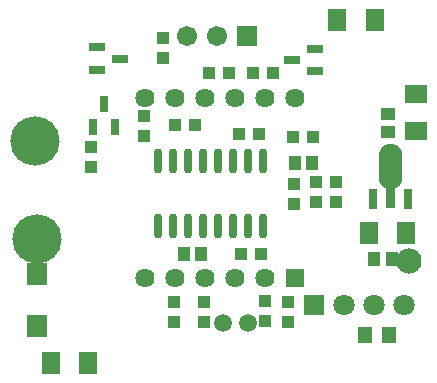
<source format=gts>
G04 Layer: TopSolderMaskLayer*
G04 EasyEDA Pro v1.9.29.eba1c1, 2023-03-25 18:59:35*
G04 Gerber Generator version 0.3*
G04 Scale: 100 percent, Rotated: No, Reflected: No*
G04 Dimensions in millimeters*
G04 Leading zeros omitted, absolute positions, 3 integers and 3 decimals*
%FSLAX33Y33*%
%MOMM*%
%ADD10C,4.1656*%
%ADD11C,1.4986*%
%ADD12C,2.1336*%
%ADD13C,1.6256*%
%ADD14R,1.6256X1.6256*%
%ADD15R,1.701597X1.701597*%
%ADD16C,1.701597*%
%ADD17R,1.003201X1.003201*%
%ADD18R,1.35161X0.801599*%
%ADD19R,1.003201X1.003201*%
%ADD20O,0.675589X2.139594*%
%ADD21R,1.586611X1.829587*%
%ADD22R,1.003201X1.003201*%
%ADD23R,1.003201X1.203201*%
%ADD24R,0.801599X1.35161*%
%ADD25R,1.801597X1.801597*%
%ADD26C,1.801597*%
%ADD27R,1.003201X1.203201*%
%ADD28R,0.773608X1.676603*%
%ADD29R,1.234135X1.47861*%
%ADD30R,1.35161X0.801599*%
%ADD31R,1.003201X1.003201*%
%ADD32R,1.203201X1.003201*%
%ADD33R,1.801597X1.901596*%
%ADD34R,1.829587X1.586611*%
G75*


G04 Pad Start*
G54D10*
G01X-14859Y3810D03*
G54D11*
G01X3175Y-11557D03*
G54D12*
G01X16764Y-6350D03*
G54D10*
G01X-14732Y-4445D03*
G54D11*
G01X1016Y-11557D03*
G54D13*
G01X7112Y7493D03*
G01X4572Y7493D03*
G01X2032Y7493D03*
G01X-508Y7493D03*
G01X-3048Y7493D03*
G01X-5588Y7493D03*
G01X-5588Y-7747D03*
G01X-3048Y-7747D03*
G01X-508Y-7747D03*
G01X2032Y-7747D03*
G01X4572Y-7747D03*
G54D14*
G01X7112Y-7747D03*
G54D15*
G01X3048Y12700D03*
G54D16*
G01X508Y12700D03*
G01X-2032Y12700D03*
G54D17*
G01X-4007Y12554D03*
G01X-4007Y10854D03*
G54D18*
G01X-9636Y11745D03*
G01X-9636Y9845D03*
G01X-7636Y10795D03*
G54D19*
G01X7055Y-1505D03*
G01X7055Y195D03*
G54D20*
G01X-4445Y-3404D03*
G01X-3175Y-3404D03*
G01X-1905Y-3404D03*
G01X-635Y-3404D03*
G01X635Y-3404D03*
G01X1905Y-3404D03*
G01X3175Y-3404D03*
G01X4445Y-3404D03*
G01X-4445Y2134D03*
G01X-3175Y2134D03*
G01X-1905Y2134D03*
G01X-635Y2134D03*
G01X635Y2134D03*
G01X1905Y2134D03*
G01X3175Y2134D03*
G01X4445Y2134D03*
G54D21*
G01X16579Y-3937D03*
G01X13393Y-3937D03*
G54D19*
G01X4642Y-11411D03*
G01X4642Y-9711D03*
G54D17*
G01X6534Y-9798D03*
G01X6534Y-11498D03*
G54D22*
G01X-108Y9582D03*
G01X1592Y9582D03*
G54D23*
G01X8617Y1955D03*
G01X7117Y1955D03*
G54D22*
G01X2559Y-5785D03*
G01X4259Y-5785D03*
G54D24*
G01X-9967Y4969D03*
G01X-8067Y4969D03*
G01X-9017Y6969D03*
G54D22*
G01X-3029Y5137D03*
G01X-1329Y5137D03*
G54D25*
G01X8763Y-10033D03*
G54D26*
G01X11303Y-10033D03*
G01X13843Y-10033D03*
G01X16383Y-10033D03*
G54D27*
G01X-2267Y-5765D03*
G01X-767Y-5765D03*
G54D22*
G01X2432Y4375D03*
G01X4132Y4375D03*
G54D17*
G01X-5658Y5950D03*
G01X-5658Y4250D03*
G54D28*
G01X13740Y-1061D03*
G01X16740Y-1061D03*
G54D29*
G01X15097Y-12573D03*
G01X13097Y-12573D03*
G54D22*
G01X7004Y4121D03*
G01X8704Y4121D03*
G54D30*
G01X8874Y9718D03*
G01X8874Y11618D03*
G01X6874Y10668D03*
G54D31*
G01X5315Y9595D03*
G01X3615Y9595D03*
G54D17*
G01X-3118Y-9798D03*
G01X-3118Y-11498D03*
G01X-578Y-9798D03*
G01X-578Y-11498D03*
G01X-10103Y3283D03*
G01X-10103Y1583D03*
G54D22*
G01X8909Y-1340D03*
G01X10609Y-1340D03*
G54D32*
G01X15063Y6077D03*
G01X15063Y4577D03*
G54D27*
G01X13862Y-6146D03*
G01X15362Y-6146D03*
G54D33*
G01X-14732Y-7460D03*
G01X-14732Y-11844D03*
G54D31*
G01X10649Y324D03*
G01X8949Y324D03*
G54D21*
G01X-10345Y-14986D03*
G01X-13531Y-14986D03*
G54D34*
G01X17399Y4630D03*
G01X17399Y7816D03*
G54D21*
G01X13912Y14097D03*
G01X10726Y14097D03*
G36*
G01X15620Y-1849D02*
G02X15570Y-1899I-50J0D01*
G01X14910D01*
G02X14860Y-1849I0J50D01*
G01Y-192D01*
G01X14819Y-182D01*
G01X14808Y-178D01*
G01X14768Y-158D01*
G01X14766Y-157D01*
G01X14727Y-135D01*
G01X14725Y-134D01*
G01X14688Y-110D01*
G01X14686Y-109D01*
G01X14649Y-83D01*
G01X14647Y-82D01*
G01X14612Y-55D01*
G01X14610Y-53D01*
G01X14576Y-24D01*
G01X14575Y-23D01*
G01X14542Y8D01*
G01X14540Y9D01*
G01X14509Y41D01*
G01X14508Y43D01*
G01X14478Y76D01*
G01X14476Y78D01*
G01X14449Y113D01*
G01X14447Y114D01*
G01X14421Y150D01*
G01X14419Y152D01*
G01X14395Y189D01*
G01X14394Y191D01*
G01X14371Y230D01*
G01X14369Y232D01*
G01X14348Y271D01*
G01X14347Y273D01*
G01X14328Y313D01*
G01X14327Y315D01*
G01X14310Y356D01*
G01X14309Y358D01*
G01X14294Y400D01*
G01X14293Y403D01*
G01X14280Y445D01*
G01X14279Y447D01*
G01X14268Y490D01*
G01X14267Y493D01*
G01X14258Y536D01*
G01X14257Y538D01*
G01X14250Y582D01*
G01Y585D01*
G01X14244Y629D01*
G01Y631D01*
G01X14241Y676D01*
G01Y678D01*
G01X14240Y723D01*
G01Y724D01*
G01Y2578D01*
G01Y2579D01*
G01X14241Y2624D01*
G01Y2626D01*
G01X14244Y2670D01*
G01Y2673D01*
G01X14250Y2717D01*
G01Y2719D01*
G01X14257Y2763D01*
G01X14258Y2766D01*
G01X14267Y2809D01*
G01X14268Y2811D01*
G01X14279Y2854D01*
G01X14280Y2857D01*
G01X14293Y2899D01*
G01X14294Y2901D01*
G01X14309Y2943D01*
G01X14310Y2945D01*
G01X14327Y2986D01*
G01X14328Y2989D01*
G01X14347Y3029D01*
G01X14348Y3031D01*
G01X14369Y3070D01*
G01X14371Y3072D01*
G01X14394Y3110D01*
G01X14395Y3112D01*
G01X14419Y3150D01*
G01X14421Y3151D01*
G01X14447Y3187D01*
G01X14449Y3189D01*
G01X14476Y3224D01*
G01X14478Y3226D01*
G01X14508Y3259D01*
G01X14509Y3261D01*
G01X14540Y3292D01*
G01X14542Y3294D01*
G01X14575Y3325D01*
G01X14576Y3326D01*
G01X14610Y3355D01*
G01X14612Y3356D01*
G01X14647Y3384D01*
G01X14649Y3385D01*
G01X14686Y3410D01*
G01X14688Y3412D01*
G01X14725Y3435D01*
G01X14727Y3437D01*
G01X14766Y3459D01*
G01X14768Y3460D01*
G01X14808Y3480D01*
G01X14810Y3481D01*
G01X14851Y3499D01*
G01X14853Y3500D01*
G01X14894Y3516D01*
G01X14897Y3517D01*
G01X14939Y3532D01*
G01X14941D01*
G01X14984Y3545D01*
G01X14986D01*
G01X15029Y3556D01*
G01X15032D01*
G01X15075Y3564D01*
G01X15078Y3565D01*
G01X15122Y3571D01*
G01X15124D01*
G01X15169Y3575D01*
G01X15171Y3576D01*
G01X15215Y3578D01*
G01X15218D01*
G01X15262D01*
G01X15265D01*
G01X15309Y3576D01*
G01X15311Y3575D01*
G01X15356Y3571D01*
G01X15358D01*
G01X15402Y3565D01*
G01X15404Y3564D01*
G01X15448Y3556D01*
G01X15451D01*
G01X15494Y3545D01*
G01X15496D01*
G01X15539Y3532D01*
G01X15541D01*
G01X15583Y3517D01*
G01X15586Y3516D01*
G01X15627Y3500D01*
G01X15629Y3499D01*
G01X15670Y3481D01*
G01X15672Y3480D01*
G01X15712Y3460D01*
G01X15714Y3459D01*
G01X15752Y3437D01*
G01X15754Y3435D01*
G01X15792Y3412D01*
G01X15794Y3410D01*
G01X15831Y3385D01*
G01X15832Y3384D01*
G01X15868Y3356D01*
G01X15870Y3355D01*
G01X15904Y3326D01*
G01X15905Y3325D01*
G01X15938Y3294D01*
G01X15940Y3292D01*
G01X15971Y3261D01*
G01X15972Y3259D01*
G01X16002Y3226D01*
G01X16003Y3224D01*
G01X16031Y3189D01*
G01X16033Y3187D01*
G01X16059Y3151D01*
G01X16061Y3150D01*
G01X16085Y3112D01*
G01X16086Y3110D01*
G01X16109Y3072D01*
G01X16110Y3070D01*
G01X16131Y3031D01*
G01X16133Y3029D01*
G01X16152Y2989D01*
G01X16153Y2986D01*
G01X16170Y2945D01*
G01X16171Y2943D01*
G01X16186Y2901D01*
G01X16187Y2899D01*
G01X16200Y2857D01*
G01X16201Y2854D01*
G01X16212Y2811D01*
G01X16213Y2809D01*
G01X16222Y2766D01*
G01X16223Y2763D01*
G01X16230Y2719D01*
G01Y2717D01*
G01X16235Y2673D01*
G01X16236Y2670D01*
G01X16239Y2626D01*
G01Y2624D01*
G01X16240Y2579D01*
G01Y2578D01*
G01Y724D01*
G01Y723D01*
G01X16239Y678D01*
G01Y676D01*
G01X16236Y631D01*
G01X16235Y629D01*
G01X16230Y585D01*
G01Y582D01*
G01X16223Y538D01*
G01X16222Y536D01*
G01X16213Y493D01*
G01X16212Y490D01*
G01X16201Y447D01*
G01X16200Y445D01*
G01X16187Y403D01*
G01X16186Y400D01*
G01X16171Y358D01*
G01X16170Y356D01*
G01X16153Y315D01*
G01X16152Y313D01*
G01X16133Y273D01*
G01X16131Y271D01*
G01X16110Y232D01*
G01X16109Y230D01*
G01X16086Y191D01*
G01X16085Y189D01*
G01X16061Y152D01*
G01X16059Y150D01*
G01X16033Y114D01*
G01X16031Y113D01*
G01X16003Y78D01*
G01X16002Y76D01*
G01X15972Y43D01*
G01X15971Y41D01*
G01X15940Y9D01*
G01X15938Y8D01*
G01X15905Y-23D01*
G01X15904Y-24D01*
G01X15870Y-53D01*
G01X15868Y-55D01*
G01X15832Y-82D01*
G01X15831Y-83D01*
G01X15794Y-109D01*
G01X15792Y-110D01*
G01X15754Y-134D01*
G01X15752Y-135D01*
G01X15714Y-157D01*
G01X15712Y-158D01*
G01X15672Y-178D01*
G01X15660Y-182D01*
G01X15620Y-192D01*
G01Y-1849D01*
G37*
G04 Pad End*

M02*

</source>
